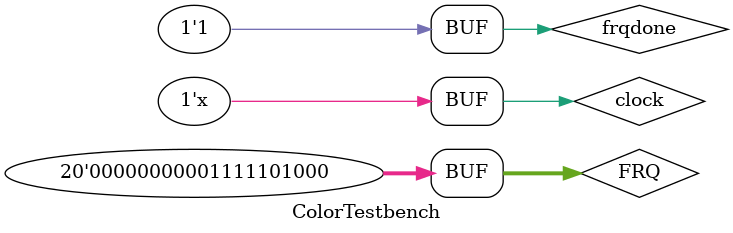
<source format=v>
`timescale 1ns / 1ps


module ColorTestbench(

    
    );
    reg clock;
    reg colorinput,frqdone,divdone;
    wire s2,s3;
    wire LED0,LED1,LED2,LED3,LED4;
    reg[19:0] FRQ;
    reg[31:0] tempquo;
    wire JA4,JA5,JA6;

    
    ColorSensor UUT (clock,colorinput,frqdone,divdone,s2,s3,LED0,LED1,LED2,LED3,LED4,FRQ,tempquo,JA4,JA5,JA6);
    
    initial 
    begin
    FRQ = 5000;
    frqdone = 1;
    #10;
    FRQ = 3000;
    frqdone = 1;
    #10;
    FRQ = 2000;
    frqdone = 1;
    #10;
    FRQ = 1000;
    frqdone = 1;
    #10;
    end
    
    always begin
    #1 clock = ~clock;
    end
endmodule

</source>
